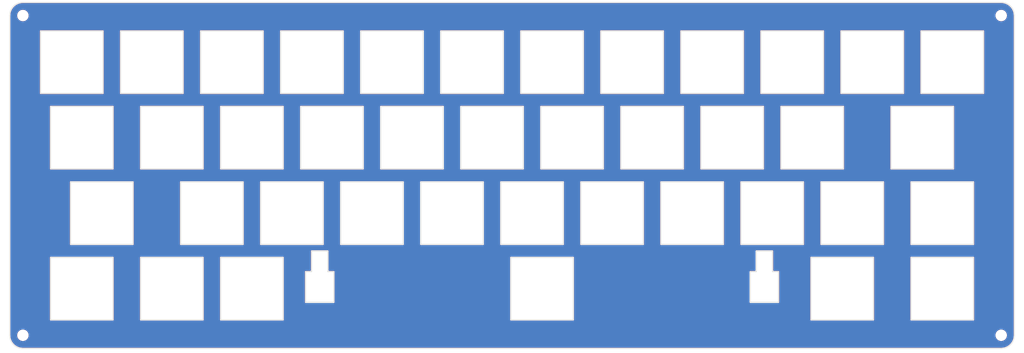
<source format=kicad_pcb>
(kicad_pcb (version 20210228) (generator pcbnew)
  (layers (0 "F.Cu" signal) (31 "B.Cu" signal) (34 "B.Paste" user) (35 "F.Paste" user) (36 "B.SilkS" user "B.Silkscreen") (37 "F.SilkS" user "F.Silkscreen") (38 "B.Mask" user) (39 "F.Mask" user) (44 "Edge.Cuts" user))
  (net 0 "")
  (footprint "MountingHole:MountingHole_2.2mm_M2" (layer "F.Cu") (at 243 23)
    (fp_text reference "H3" hide)
    (fp_text value "MountingHole")
    (pad "1" np_thru_hole circle (at 0 0) (size 2.2 2.2) (drill 2.2) (layers *.Cu *.Mask))
  )
  (footprint "mbk:Choc-1u-cutout" (layer "F.Cu") (at 34 33.5)
    (fp_text reference "SW1")
    (fp_text value "SW_Push" hide)
    (fp_line (start -7 -7) (end -7 7) (layer "Edge.Cuts") (width 0.12))
    (fp_line (start -7 7) (end 7 7) (layer "Edge.Cuts") (width 0.12))
    (fp_line (start 7 -7) (end -7 -7) (layer "Edge.Cuts") (width 0.12))
    (fp_line (start 7 7) (end 7 -7) (layer "Edge.Cuts") (width 0.12))
  )
  (footprint "mbk:Choc-1u-cutout" (layer "F.Cu") (at 207.25 84.5)
    (fp_text reference "SW39")
    (fp_text value "SW_Push" hide)
    (fp_line (start -7 -7) (end -7 7) (layer "Edge.Cuts") (width 0.12))
    (fp_line (start 7 -7) (end -7 -7) (layer "Edge.Cuts") (width 0.12))
    (fp_line (start -7 7) (end 7 7) (layer "Edge.Cuts") (width 0.12))
    (fp_line (start 7 7) (end 7 -7) (layer "Edge.Cuts") (width 0.12))
  )
  (footprint "mbk:Choc-1u-cutout" (layer "F.Cu") (at 101.5 67.5)
    (fp_text reference "SW27")
    (fp_text value "SW_Push" hide)
    (fp_line (start -7 7) (end 7 7) (layer "Edge.Cuts") (width 0.12))
    (fp_line (start 7 7) (end 7 -7) (layer "Edge.Cuts") (width 0.12))
    (fp_line (start 7 -7) (end -7 -7) (layer "Edge.Cuts") (width 0.12))
    (fp_line (start -7 -7) (end -7 7) (layer "Edge.Cuts") (width 0.12))
  )
  (footprint "mbk:Choc-1u-cutout" (layer "F.Cu") (at 191.5 67.5)
    (fp_text reference "SW32")
    (fp_text value "SW_Push" hide)
    (fp_line (start 7 -7) (end -7 -7) (layer "Edge.Cuts") (width 0.12))
    (fp_line (start -7 -7) (end -7 7) (layer "Edge.Cuts") (width 0.12))
    (fp_line (start -7 7) (end 7 7) (layer "Edge.Cuts") (width 0.12))
    (fp_line (start 7 7) (end 7 -7) (layer "Edge.Cuts") (width 0.12))
  )
  (footprint "mbk:Choc-1u-cutout" (layer "F.Cu") (at 142 33.5)
    (fp_text reference "SW7")
    (fp_text value "SW_Push" hide)
    (fp_line (start 7 7) (end 7 -7) (layer "Edge.Cuts") (width 0.12))
    (fp_line (start -7 -7) (end -7 7) (layer "Edge.Cuts") (width 0.12))
    (fp_line (start -7 7) (end 7 7) (layer "Edge.Cuts") (width 0.12))
    (fp_line (start 7 -7) (end -7 -7) (layer "Edge.Cuts") (width 0.12))
  )
  (footprint "mbk:Choc-1u-cutout" (layer "F.Cu") (at 88 33.5)
    (fp_text reference "SW4")
    (fp_text value "SW_Push" hide)
    (fp_line (start -7 -7) (end -7 7) (layer "Edge.Cuts") (width 0.12))
    (fp_line (start -7 7) (end 7 7) (layer "Edge.Cuts") (width 0.12))
    (fp_line (start 7 -7) (end -7 -7) (layer "Edge.Cuts") (width 0.12))
    (fp_line (start 7 7) (end 7 -7) (layer "Edge.Cuts") (width 0.12))
  )
  (footprint "mbk:Choc-1u-cutout" (layer "F.Cu") (at 232 33.5)
    (fp_text reference "SW12")
    (fp_text value "SW_Push" hide)
    (fp_line (start 7 7) (end 7 -7) (layer "Edge.Cuts") (width 0.12))
    (fp_line (start 7 -7) (end -7 -7) (layer "Edge.Cuts") (width 0.12))
    (fp_line (start -7 7) (end 7 7) (layer "Edge.Cuts") (width 0.12))
    (fp_line (start -7 -7) (end -7 7) (layer "Edge.Cuts") (width 0.12))
  )
  (footprint "MountingHole:MountingHole_2.2mm_M2" (layer "F.Cu") (at 23 95)
    (fp_text reference "H2" hide)
    (fp_text value "MountingHole")
    (pad "1" np_thru_hole circle (at 0 0) (size 2.2 2.2) (drill 2.2) (layers *.Cu *.Mask))
  )
  (footprint "mbk:Choc-1u-cutout" (layer "F.Cu") (at 229.75 84.5)
    (fp_text reference "SW40")
    (fp_text value "SW_Push" hide)
    (fp_line (start 7 7) (end 7 -7) (layer "Edge.Cuts") (width 0.12))
    (fp_line (start -7 -7) (end -7 7) (layer "Edge.Cuts") (width 0.12))
    (fp_line (start -7 7) (end 7 7) (layer "Edge.Cuts") (width 0.12))
    (fp_line (start 7 -7) (end -7 -7) (layer "Edge.Cuts") (width 0.12))
  )
  (footprint "mbk:Choc-1u-cutout" (layer "F.Cu") (at 209.5 67.5)
    (fp_text reference "SW33a1")
    (fp_text value "SW_Push" hide)
    (fp_line (start 7 7) (end 7 -7) (layer "Edge.Cuts") (width 0.12))
    (fp_line (start -7 7) (end 7 7) (layer "Edge.Cuts") (width 0.12))
    (fp_line (start -7 -7) (end -7 7) (layer "Edge.Cuts") (width 0.12))
    (fp_line (start 7 -7) (end -7 -7) (layer "Edge.Cuts") (width 0.12))
  )
  (footprint "mbk:Choc-1u-cutout" (layer "F.Cu") (at 214 33.5)
    (fp_text reference "SW11")
    (fp_text value "SW_Push" hide)
    (fp_line (start -7 7) (end 7 7) (layer "Edge.Cuts") (width 0.12))
    (fp_line (start 7 -7) (end -7 -7) (layer "Edge.Cuts") (width 0.12))
    (fp_line (start 7 7) (end 7 -7) (layer "Edge.Cuts") (width 0.12))
    (fp_line (start -7 -7) (end -7 7) (layer "Edge.Cuts") (width 0.12))
  )
  (footprint "MountingHole:MountingHole_2.2mm_M2" (layer "F.Cu") (at 243 95)
    (fp_text reference "H4" hide)
    (fp_text value "MountingHole")
    (pad "1" np_thru_hole circle (at 0 0) (size 2.2 2.2) (drill 2.2) (layers *.Cu *.Mask))
  )
  (footprint "mbk:Choc-1u-cutout" (layer "F.Cu") (at 74.5 84.5)
    (fp_text reference "SW37")
    (fp_text value "SW_Push" hide)
    (fp_line (start -7 -7) (end -7 7) (layer "Edge.Cuts") (width 0.12))
    (fp_line (start -7 7) (end 7 7) (layer "Edge.Cuts") (width 0.12))
    (fp_line (start 7 -7) (end -7 -7) (layer "Edge.Cuts") (width 0.12))
    (fp_line (start 7 7) (end 7 -7) (layer "Edge.Cuts") (width 0.12))
  )
  (footprint "mbk:Choc-1u-cutout" (layer "F.Cu") (at 110.5 50.5)
    (fp_text reference "SW17")
    (fp_text value "SW_Push" hide)
    (fp_line (start 7 -7) (end -7 -7) (layer "Edge.Cuts") (width 0.12))
    (fp_line (start 7 7) (end 7 -7) (layer "Edge.Cuts") (width 0.12))
    (fp_line (start -7 -7) (end -7 7) (layer "Edge.Cuts") (width 0.12))
    (fp_line (start -7 7) (end 7 7) (layer "Edge.Cuts") (width 0.12))
  )
  (footprint "mbk:Choc-1u-cutout" (layer "F.Cu") (at 106 33.5)
    (fp_text reference "SW5")
    (fp_text value "SW_Push" hide)
    (fp_line (start 7 -7) (end -7 -7) (layer "Edge.Cuts") (width 0.12))
    (fp_line (start -7 7) (end 7 7) (layer "Edge.Cuts") (width 0.12))
    (fp_line (start 7 7) (end 7 -7) (layer "Edge.Cuts") (width 0.12))
    (fp_line (start -7 -7) (end -7 7) (layer "Edge.Cuts") (width 0.12))
  )
  (footprint "mbk:Choc-1u-cutout" (layer "F.Cu") (at 155.5 67.5)
    (fp_text reference "SW30")
    (fp_text value "SW_Push" hide)
    (fp_line (start 7 7) (end 7 -7) (layer "Edge.Cuts") (width 0.12))
    (fp_line (start -7 7) (end 7 7) (layer "Edge.Cuts") (width 0.12))
    (fp_line (start -7 -7) (end -7 7) (layer "Edge.Cuts") (width 0.12))
    (fp_line (start 7 -7) (end -7 -7) (layer "Edge.Cuts") (width 0.12))
  )
  (footprint "mbk:Choc-1u-cutout" (layer "F.Cu") (at 36.25 84.5)
    (fp_text reference "SW35")
    (fp_text value "SW_Push" hide)
    (fp_line (start 7 7) (end 7 -7) (layer "Edge.Cuts") (width 0.12))
    (fp_line (start -7 7) (end 7 7) (layer "Edge.Cuts") (width 0.12))
    (fp_line (start -7 -7) (end -7 7) (layer "Edge.Cuts") (width 0.12))
    (fp_line (start 7 -7) (end -7 -7) (layer "Edge.Cuts") (width 0.12))
  )
  (footprint "mbk:Choc-1u-cutout" (layer "F.Cu") (at 164.5 50.5)
    (fp_text reference "SW20")
    (fp_text value "SW_Push" hide)
    (fp_line (start 7 7) (end 7 -7) (layer "Edge.Cuts") (width 0.12))
    (fp_line (start 7 -7) (end -7 -7) (layer "Edge.Cuts") (width 0.12))
    (fp_line (start -7 7) (end 7 7) (layer "Edge.Cuts") (width 0.12))
    (fp_line (start -7 -7) (end -7 7) (layer "Edge.Cuts") (width 0.12))
  )
  (footprint "mbk:Choc-1u-cutout" (layer "F.Cu") (at 182.5 50.5)
    (fp_text reference "SW21")
    (fp_text value "SW_Push" hide)
    (fp_line (start 7 -7) (end -7 -7) (layer "Edge.Cuts") (width 0.12))
    (fp_line (start 7 7) (end 7 -7) (layer "Edge.Cuts") (width 0.12))
    (fp_line (start -7 -7) (end -7 7) (layer "Edge.Cuts") (width 0.12))
    (fp_line (start -7 7) (end 7 7) (layer "Edge.Cuts") (width 0.12))
  )
  (footprint "MountingHole:MountingHole_2.2mm_M2" (layer "F.Cu") (at 23 23)
    (fp_text reference "H1" hide)
    (fp_text value "MountingHole")
    (pad "1" np_thru_hole circle (at 0 0) (size 2.2 2.2) (drill 2.2) (layers *.Cu *.Mask))
  )
  (footprint "mbk:Choc-1u-cutout" (layer "F.Cu") (at 128.5 50.5)
    (fp_text reference "SW18")
    (fp_text value "SW_Push" hide)
    (fp_line (start 7 7) (end 7 -7) (layer "Edge.Cuts") (width 0.12))
    (fp_line (start -7 7) (end 7 7) (layer "Edge.Cuts") (width 0.12))
    (fp_line (start 7 -7) (end -7 -7) (layer "Edge.Cuts") (width 0.12))
    (fp_line (start -7 -7) (end -7 7) (layer "Edge.Cuts") (width 0.12))
  )
  (footprint "mbk:Choc-1u-cutout" (layer "F.Cu") (at 83.5 67.5)
    (fp_text reference "SW26")
    (fp_text value "SW_Push" hide)
    (fp_line (start 7 -7) (end -7 -7) (layer "Edge.Cuts") (width 0.12))
    (fp_line (start -7 7) (end 7 7) (layer "Edge.Cuts") (width 0.12))
    (fp_line (start -7 -7) (end -7 7) (layer "Edge.Cuts") (width 0.12))
    (fp_line (start 7 7) (end 7 -7) (layer "Edge.Cuts") (width 0.12))
  )
  (footprint "mbk:Choc-1u-cutout" (layer "F.Cu") (at 225.25 50.5)
    (fp_text reference "SW23")
    (fp_text value "SW_Push" hide)
    (fp_line (start -7 7) (end 7 7) (layer "Edge.Cuts") (width 0.12))
    (fp_line (start 7 7) (end 7 -7) (layer "Edge.Cuts") (width 0.12))
    (fp_line (start 7 -7) (end -7 -7) (layer "Edge.Cuts") (width 0.12))
    (fp_line (start -7 -7) (end -7 7) (layer "Edge.Cuts") (width 0.12))
  )
  (footprint "mbk:Choc-1u-cutout" (layer "F.Cu") (at 56.5 84.5)
    (fp_text reference "SW36")
    (fp_text value "SW_Push" hide)
    (fp_line (start -7 7) (end 7 7) (layer "Edge.Cuts") (width 0.12))
    (fp_line (start 7 7) (end 7 -7) (layer "Edge.Cuts") (width 0.12))
    (fp_line (start 7 -7) (end -7 -7) (layer "Edge.Cuts") (width 0.12))
    (fp_line (start -7 -7) (end -7 7) (layer "Edge.Cuts") (width 0.12))
  )
  (footprint "mbk:Choc-1u-cutout" (layer "F.Cu") (at 173.5 67.5)
    (fp_text reference "SW31")
    (fp_text value "SW_Push" hide)
    (fp_line (start -7 -7) (end -7 7) (layer "Edge.Cuts") (width 0.12))
    (fp_line (start -7 7) (end 7 7) (layer "Edge.Cuts") (width 0.12))
    (fp_line (start 7 -7) (end -7 -7) (layer "Edge.Cuts") (width 0.12))
    (fp_line (start 7 7) (end 7 -7) (layer "Edge.Cuts") (width 0.12))
  )
  (footprint "mbk:Choc-1u-cutout" (layer "F.Cu") (at 74.5 50.5)
    (fp_text reference "SW15")
    (fp_text value "SW_Push" hide)
    (fp_line (start -7 7) (end 7 7) (layer "Edge.Cuts") (width 0.12))
    (fp_line (start 7 7) (end 7 -7) (layer "Edge.Cuts") (width 0.12))
    (fp_line (start 7 -7) (end -7 -7) (layer "Edge.Cuts") (width 0.12))
    (fp_line (start -7 -7) (end -7 7) (layer "Edge.Cuts") (width 0.12))
  )
  (footprint "mbk:Choc-1u-cutout" (layer "F.Cu") (at 36.25 50.5)
    (fp_text reference "SW13")
    (fp_text value "SW_Push" hide)
    (fp_line (start -7 -7) (end -7 7) (layer "Edge.Cuts") (width 0.12))
    (fp_line (start 7 -7) (end -7 -7) (layer "Edge.Cuts") (width 0.12))
    (fp_line (start -7 7) (end 7 7) (layer "Edge.Cuts") (width 0.12))
    (fp_line (start 7 7) (end 7 -7) (layer "Edge.Cuts") (width 0.12))
  )
  (footprint "mbk:Choc-1u-cutout" (layer "F.Cu") (at 137.5 67.5)
    (fp_text reference "SW29")
    (fp_text value "SW_Push" hide)
    (fp_line (start -7 -7) (end -7 7) (layer "Edge.Cuts") (width 0.12))
    (fp_line (start 7 7) (end 7 -7) (layer "Edge.Cuts") (width 0.12))
    (fp_line (start 7 -7) (end -7 -7) (layer "Edge.Cuts") (width 0.12))
    (fp_line (start -7 7) (end 7 7) (layer "Edge.Cuts") (width 0.12))
  )
  (footprint "mbk:Choc-1u-cutout" (layer "F.Cu") (at 178 33.5)
    (fp_text reference "SW9")
    (fp_text value "SW_Push" hide)
    (fp_line (start 7 7) (end 7 -7) (layer "Edge.Cuts") (width 0.12))
    (fp_line (start 7 -7) (end -7 -7) (layer "Edge.Cuts") (width 0.12))
    (fp_line (start -7 7) (end 7 7) (layer "Edge.Cuts") (width 0.12))
    (fp_line (start -7 -7) (end -7 7) (layer "Edge.Cuts") (width 0.12))
  )
  (footprint "mbk:Choc-1u-cutout" (layer "F.Cu") (at 160 33.5)
    (fp_text reference "SW8")
    (fp_text value "SW_Push" hide)
    (fp_line (start -7 7) (end 7 7) (layer "Edge.Cuts") (width 0.12))
    (fp_line (start -7 -7) (end -7 7) (layer "Edge.Cuts") (width 0.12))
    (fp_line (start 7 7) (end 7 -7) (layer "Edge.Cuts") (width 0.12))
    (fp_line (start 7 -7) (end -7 -7) (layer "Edge.Cuts") (width 0.12))
  )
  (footprint "mbk:Choc-1u-cutout" (layer "F.Cu") (at 65.5 67.5)
    (fp_text reference "SW25")
    (fp_text value "SW_Push" hide)
    (fp_line (start 7 7) (end 7 -7) (layer "Edge.Cuts") (width 0.12))
    (fp_line (start -7 7) (end 7 7) (layer "Edge.Cuts") (width 0.12))
    (fp_line (start 7 -7) (end -7 -7) (layer "Edge.Cuts") (width 0.12))
    (fp_line (start -7 -7) (end -7 7) (layer "Edge.Cuts") (width 0.12))
  )
  (footprint "mbk:Choc-1u-cutout" (layer "F.Cu") (at 92.5 50.5)
    (fp_text reference "SW16")
    (fp_text value "SW_Push" hide)
    (fp_line (start -7 -7) (end -7 7) (layer "Edge.Cuts") (width 0.12))
    (fp_line (start -7 7) (end 7 7) (layer "Edge.Cuts") (width 0.12))
    (fp_line (start 7 -7) (end -7 -7) (layer "Edge.Cuts") (width 0.12))
    (fp_line (start 7 7) (end 7 -7) (layer "Edge.Cuts") (width 0.12))
  )
  (footprint "mbk:Choc-1u-cutout" (layer "F.Cu") (at 70 33.5)
    (fp_text reference "SW3")
    (fp_text value "SW_Push" hide)
    (fp_line (start -7 7) (end 7 7) (layer "Edge.Cuts") (width 0.12))
    (fp_line (start 7 -7) (end -7 -7) (layer "Edge.Cuts") (width 0.12))
    (fp_line (start 7 7) (end 7 -7) (layer "Edge.Cuts") (width 0.12))
    (fp_line (start -7 -7) (end -7 7) (layer "Edge.Cuts") (width 0.12))
  )
  (footprint "mbk:Choc-1u-cutout" (layer "F.Cu") (at 52 33.5)
    (fp_text reference "SW2")
    (fp_text value "SW_Push" hide)
    (fp_line (start -7 -7) (end -7 7) (layer "Edge.Cuts") (width 0.12))
    (fp_line (start 7 -7) (end -7 -7) (layer "Edge.Cuts") (width 0.12))
    (fp_line (start -7 7) (end 7 7) (layer "Edge.Cuts") (width 0.12))
    (fp_line (start 7 7) (end 7 -7) (layer "Edge.Cuts") (width 0.12))
  )
  (footprint "mbk:Choc-1u-cutout" (layer "F.Cu") (at 229.75 67.5)
    (fp_text reference "SW34a1")
    (fp_text value "SW_Push" hide)
    (fp_line (start -7 -7) (end -7 7) (layer "Edge.Cuts") (width 0.12))
    (fp_line (start -7 7) (end 7 7) (layer "Edge.Cuts") (width 0.12))
    (fp_line (start 7 7) (end 7 -7) (layer "Edge.Cuts") (width 0.12))
    (fp_line (start 7 -7) (end -7 -7) (layer "Edge.Cuts") (width 0.12))
  )
  (footprint "mbk:Choc-1u-cutout" (layer "F.Cu") (at 40.75 67.5)
    (fp_text reference "SW24")
    (fp_text value "SW_Push" hide)
    (fp_line (start 7 -7) (end -7 -7) (layer "Edge.Cuts") (width 0.12))
    (fp_line (start 7 7) (end 7 -7) (layer "Edge.Cuts") (width 0.12))
    (fp_line (start -7 -7) (end -7 7) (layer "Edge.Cuts") (width 0.12))
    (fp_line (start -7 7) (end 7 7) (layer "Edge.Cuts") (width 0.12))
  )
  (footprint "mbk:Choc-6.25u-cutout" (layer "F.Cu") (at 139.75 84.5)
    (fp_text reference "SW38")
    (fp_text value "SW_Push" hide)
    (fp_line (start -48.2 -3.8) (end -46.85 -3.8) (layer "Edge.Cuts") (width 0.12))
    (fp_line (start 51.8 -8.45) (end 51.8 -3.8) (layer "Edge.Cuts") (width 0.12))
    (fp_line (start 7 7) (end 7 -7) (layer "Edge.Cuts") (width 0.12))
    (fp_line (start -53.15 -3.8) (end -51.8 -3.8) (layer "Edge.Cuts") (width 0.12))
    (fp_line (start -51.8 -8.45) (end -51.8 -3.8) (layer "Edge.Cuts") (width 0.12))
    (fp_line (start 46.85 -3.8) (end 48.2 -3.8) (layer "Edge.Cuts") (width 0.12))
    (fp_line (start 48.2 -8.45) (end 51.8 -8.45) (layer "Edge.Cuts") (width 0.12))
    (fp_line (start 53.15 3.05) (end 53.15 -3.8) (layer "Edge.Cuts") (width 0.12))
    (fp_line (start 7 -7) (end -7 -7) (layer "Edge.Cuts") (width 0.12))
    (fp_line (start -7 -7) (end -7 7) (layer "Edge.Cuts") (width 0.12))
    (fp_line (start 46.85 3.05) (end 53.15 3.05) (layer "Edge.Cuts") (width 0.12))
    (fp_line (start -53.15 3.05) (end -46.85 3.05) (layer "Edge.Cuts") (width 0.12))
    (fp_line (start -53.15 3.05) (end -53.15 -3.8) (layer "Edge.Cuts") (width 0.12))
    (fp_line (start -46.85 3.05) (end -46.85 -3.8) (layer "Edge.Cuts") (width 0.12))
    (fp_line (start -48.2 -8.45) (end -48.2 -3.8) (layer "Edge.Cuts") (width 0.12))
    (fp_line (start -51.8 -8.45) (end -48.2 -8.45) (layer "Edge.Cuts") (width 0.12))
    (fp_line (start 48.2 -8.45) (end 48.2 -3.8) (layer "Edge.Cuts") (width 0.12))
    (fp_line (start 46.85 3.05) (end 46.85 -3.8) (layer "Edge.Cuts") (width 0.12))
    (fp_line (start 51.8 -3.8) (end 53.15 -3.8) (layer "Edge.Cuts") (width 0.12))
    (fp_line (start -7 7) (end 7 7) (layer "Edge.Cuts") (width 0.12))
  )
  (footprint "mbk:Choc-1u-cutout" (layer "F.Cu") (at 119.5 67.5)
    (fp_text reference "SW28")
    (fp_text value "SW_Push" hide)
    (fp_line (start 7 7) (end 7 -7) (layer "Edge.Cuts") (width 0.12))
    (fp_line (start 7 -7) (end -7 -7) (layer "Edge.Cuts") (width 0.12))
    (fp_line (start -7 7) (end 7 7) (layer "Edge.Cuts") (width 0.12))
    (fp_line (start -7 -7) (end -7 7) (layer "Edge.Cuts") (width 0.12))
  )
  (footprint "mbk:Choc-1u-cutout" (layer "F.Cu") (at 56.5 50.5)
    (fp_text reference "SW14")
    (fp_text value "SW_Push" hide)
    (fp_line (start 7 7) (end 7 -7) (layer "Edge.Cuts") (width 0.12))
    (fp_line (start 7 -7) (end -7 -7) (layer "Edge.Cuts") (width 0.12))
    (fp_line (start -7 7) (end 7 7) (layer "Edge.Cuts") (width 0.12))
    (fp_line (start -7 -7) (end -7 7) (layer "Edge.Cuts") (width 0.12))
  )
  (footprint "mbk:Choc-1u-cutout" (layer "F.Cu") (at 200.5 50.5)
    (fp_text reference "SW22")
    (fp_text value "SW_Push" hide)
    (fp_line (start 7 7) (end 7 -7) (layer "Edge.Cuts") (width 0.12))
    (fp_line (start -7 7) (end 7 7) (layer "Edge.Cuts") (width 0.12))
    (fp_line (start 7 -7) (end -7 -7) (layer "Edge.Cuts") (width 0.12))
    (fp_line (start -7 -7) (end -7 7) (layer "Edge.Cuts") (width 0.12))
  )
  (footprint "mbk:Choc-1u-cutout" (layer "F.Cu") (at 196 33.5)
    (fp_text reference "SW10")
    (fp_text value "SW_Push" hide)
    (fp_line (start 7 7) (end 7 -7) (layer "Edge.Cuts") (width 0.12))
    (fp_line (start 7 -7) (end -7 -7) (layer "Edge.Cuts") (width 0.12))
    (fp_line (start -7 -7) (end -7 7) (layer "Edge.Cuts") (width 0.12))
    (fp_line (start -7 7) (end 7 7) (layer "Edge.Cuts") (width 0.12))
  )
  (footprint "mbk:Choc-1u-cutout" (layer "F.Cu") (at 146.5 50.5)
    (fp_text reference "SW19")
    (fp_text value "SW_Push" hide)
    (fp_line (start -7 7) (end 7 7) (layer "Edge.Cuts") (width 0.12))
    (fp_line (start -7 -7) (end -7 7) (layer "Edge.Cuts") (width 0.12))
    (fp_line (start 7 -7) (end -7 -7) (layer "Edge.Cuts") (width 0.12))
    (fp_line (start 7 7) (end 7 -7) (layer "Edge.Cuts") (width 0.12))
  )
  (footprint "mbk:Choc-1u-cutout" (layer "F.Cu") (at 124 33.5)
    (fp_text reference "SW6")
    (fp_text value "SW_Push" hide)
    (fp_line (start 7 7) (end 7 -7) (layer "Edge.Cuts") (width 0.12))
    (fp_line (start -7 7) (end 7 7) (layer "Edge.Cuts") (width 0.12))
    (fp_line (start 7 -7) (end -7 -7) (layer "Edge.Cuts") (width 0.12))
    (fp_line (start -7 -7) (end -7 7) (layer "Edge.Cuts") (width 0.12))
  )
  (gr_arc (start 243 23) (end 246 23) (angle -90) (layer "Edge.Cuts") (width 0.1))
  (gr_line (start 20 95) (end 20 23) (layer "Edge.Cuts") (width 0.1))
  (gr_line (start 243 98) (end 23 98) (layer "Edge.Cuts") (width 0.1))
  (gr_arc (start 23 95) (end 20 95) (angle -90) (layer "Edge.Cuts") (width 0.1))
  (gr_arc (start 243 95) (end 243 98) (angle -90) (layer "Edge.Cuts") (width 0.1))
  (gr_line (start 23 20) (end 243 20) (layer "Edge.Cuts") (width 0.1))
  (gr_line (start 246 23) (end 246 95) (layer "Edge.Cuts") (width 0.1))
  (gr_arc (start 23 23) (end 23 20) (angle -90) (layer "Edge.Cuts") (width 0.1))
  (zone (net 0) (net_name "") (layers F&B.Cu) (connect_pads (clearance 0.2)) (min_thickness 0.254) (fill yes (thermal_gap 0.508) (thermal_bridge_width 0.508))
    (polygon (pts (xy 246.5 98.5) (xy 19 98.5) (xy 19 19.5) (xy 246.5 19.5)))
  )
)
</source>
